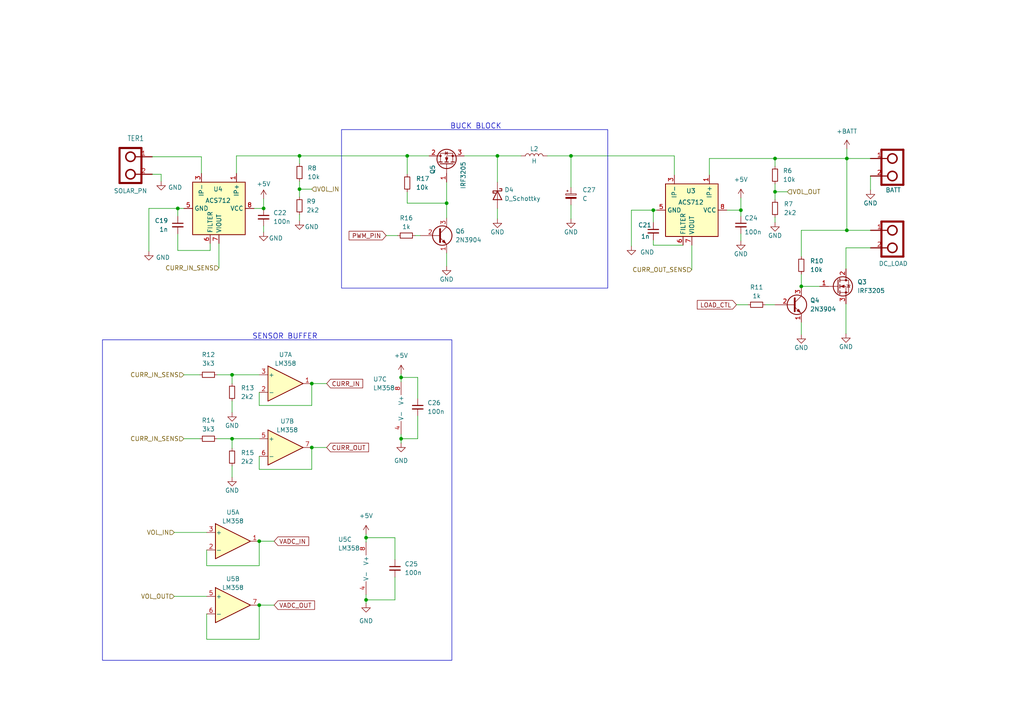
<source format=kicad_sch>
(kicad_sch (version 20230121) (generator eeschema)
  (paper "A4")
  (lib_symbols
    (symbol "Amplifier_Operational:LM358" (pin_names (offset 0.127))
      (property "Reference" "U" (at 0 5.08 0))
      (property "Value" "LM358" (at 0 -5.08 0))
      (symbol "LM358_1_1"
        (polyline (pts (xy -5.08 5.08) (xy 5.08 0) (xy -5.08 -5.08) (xy -5.08 5.08)) (stroke (width 0.254)) (fill (type background)))
        (pin output line (at 7.62 0 180) (length 2.54) (name "~") (number "1"))
        (pin input line (at -7.62 -2.54 0) (length 2.54) (name "-") (number "2"))
        (pin input line (at -7.62 2.54 0) (length 2.54) (name "+") (number "3"))
      )
      (symbol "LM358_2_1"
        (polyline (pts (xy -5.08 5.08) (xy 5.08 0) (xy -5.08 -5.08) (xy -5.08 5.08)) (stroke (width 0.254)) (fill (type background)))
        (pin input line (at -7.62 2.54 0) (length 2.54) (name "+") (number "5"))
        (pin input line (at -7.62 -2.54 0) (length 2.54) (name "-") (number "6"))
        (pin output line (at 7.62 0 180) (length 2.54) (name "~") (number "7"))
      )
      (symbol "LM358_3_1"
        (pin power_in line (at -2.54 -7.62 90) (length 3.81) (name "V-") (number "4"))
        (pin power_in line (at -2.54 7.62 270) (length 3.81) (name "V+") (number "8"))
      )
    )
    (symbol "Device:C_Polarized_Small" (pin_numbers hide) (pin_names (offset 0.254) hide)
      (property "Reference" "C" (at 0.254 1.778 0))
      (property "Value" "C_Polarized_Small" (at 0.254 -2.032 0))
      (symbol "C_Polarized_Small_0_1"
        (rectangle (start -1.524 -0.3048) (end 1.524 -0.6858) (fill (type outline)))
        (rectangle (start -1.524 0.6858) (end 1.524 0.3048))
        (polyline (pts (xy -1.27 1.524) (xy -0.762 1.524)))
        (polyline (pts (xy -1.016 1.27) (xy -1.016 1.778)))
      )
      (symbol "C_Polarized_Small_1_1"
        (pin passive line (at 0 2.54 270) (length 1.8542) (name "~") (number "1"))
        (pin passive line (at 0 -2.54 90) (length 1.8542) (name "~") (number "2"))
      )
    )
    (symbol "Device:C_Small" (pin_numbers hide) (pin_names (offset 0.254) hide)
      (property "Reference" "C" (at 0.254 1.778 0))
      (property "Value" "C_Small" (at 0.254 -2.032 0))
      (symbol "C_Small_0_1"
        (polyline (pts (xy -1.524 -0.508) (xy 1.524 -0.508)) (stroke (width 0.3302)))
        (polyline (pts (xy -1.524 0.508) (xy 1.524 0.508)) (stroke (width 0.3048)))
      )
      (symbol "C_Small_1_1"
        (pin passive line (at 0 2.54 270) (length 2.032) (name "~") (number "1"))
        (pin passive line (at 0 -2.54 90) (length 2.032) (name "~") (number "2"))
      )
    )
    (symbol "Device:D_Schottky" (pin_numbers hide) (pin_names (offset 1.016) hide)
      (property "Reference" "D" (at 0 2.54 0))
      (property "Value" "D_Schottky" (at 0 -2.54 0))
      (symbol "D_Schottky_0_1"
        (polyline (pts (xy 1.27 0) (xy -1.27 0)))
        (polyline (pts (xy 1.27 1.27) (xy 1.27 -1.27) (xy -1.27 0) (xy 1.27 1.27)) (stroke (width 0.254)))
        (polyline (pts (xy -1.905 0.635) (xy -1.905 1.27) (xy -1.27 1.27) (xy -1.27 -1.27) (xy -0.635 -1.27) (xy -0.635 -0.635)) (stroke (width 0.254)))
      )
      (symbol "D_Schottky_1_1"
        (pin passive line (at -3.81 0 0) (length 2.54) (name "K") (number "1"))
        (pin passive line (at 3.81 0 180) (length 2.54) (name "A") (number "2"))
      )
    )
    (symbol "Device:L" (pin_numbers hide) (pin_names (offset 1.016) hide)
      (property "Reference" "L" (at -1.27 0 90))
      (property "Value" "L" (at 1.905 0 90))
      (symbol "L_0_1"
        (arc (start 0 -2.54) (mid 0.6323 -1.905) (end 0 -1.27))
        (arc (start 0 -1.27) (mid 0.6323 -0.635) (end 0 0))
        (arc (start 0 0) (mid 0.6323 0.635) (end 0 1.27))
        (arc (start 0 1.27) (mid 0.6323 1.905) (end 0 2.54))
      )
      (symbol "L_1_1"
        (pin passive line (at 0 3.81 270) (length 1.27) (name "1") (number "1"))
        (pin passive line (at 0 -3.81 90) (length 1.27) (name "2") (number "2"))
      )
    )
    (symbol "Device:R_Small" (pin_numbers hide) (pin_names (offset 0.254) hide)
      (property "Reference" "R" (at 0.762 0.508 0))
      (property "Value" "R_Small" (at 0.762 -1.016 0))
      (symbol "R_Small_0_1"
        (rectangle (start -0.762 1.778) (end 0.762 -1.778) (stroke (width 0.2032)))
      )
      (symbol "R_Small_1_1"
        (pin passive line (at 0 2.54 270) (length 0.762) (name "~") (number "1"))
        (pin passive line (at 0 -2.54 90) (length 0.762) (name "~") (number "2"))
      )
    )
    (symbol "Project232-eagle-import:DOMINO-2"
      (property "Reference" "TER" (at -2.54 6.985 0))
      (symbol "DOMINO-2_1_0"
        (polyline (pts (xy -1.905 -5.08) (xy -1.905 5.08)) (stroke (width 0.6096)))
        (polyline (pts (xy -1.905 5.08) (xy 4.445 5.08)) (stroke (width 0.6096)))
        (polyline (pts (xy 4.445 -5.08) (xy -1.905 -5.08)) (stroke (width 0.6096)))
        (polyline (pts (xy 4.445 5.08) (xy 4.445 -5.08)) (stroke (width 0.6096)))
        (polyline (pts (xy 7.62 -2.54) (xy 2.54 -2.54)) (stroke (width 0.3048)))
        (polyline (pts (xy 7.62 2.54) (xy 2.54 2.54)) (stroke (width 0.3048)))
        (circle (center 1.27 -2.54) (radius 1.27) (stroke (width 0.254)))
        (circle (center 1.27 -2.54) (radius 1.4199) (stroke (width 0.3048)))
        (circle (center 1.27 2.54) (radius 1.27) (stroke (width 0.254)))
        (circle (center 1.27 2.54) (radius 1.4199) (stroke (width 0.3048)))
        (pin bidirectional line (at 7.62 2.54 180) (length 5.08) (name "1") (number "1"))
        (pin bidirectional line (at 7.62 -2.54 180) (length 5.08) (name "2") (number "2"))
      )
    )
    (symbol "Sensor_Current:ACS712xLCTR-20A"
      (property "Reference" "U" (at 2.54 11.43 0))
      (property "Value" "ACS712xLCTR-20A" (at 2.54 8.89 0))
      (symbol "ACS712xLCTR-20A_0_1"
        (rectangle (start -7.62 7.62) (end 7.62 -7.62) (stroke (width 0.254)) (fill (type background)))
      )
      (symbol "ACS712xLCTR-20A_1_1"
        (pin passive line (at -10.16 5.08 0) (length 2.54) (name "IP+") (number "1"))
        (pin passive line (at -10.16 5.08 0) (length 2.54) hide (name "IP+") (number "2"))
        (pin passive line (at -10.16 -5.08 0) (length 2.54) (name "IP-") (number "3"))
        (pin passive line (at -10.16 -5.08 0) (length 2.54) hide (name "IP-") (number "4"))
        (pin power_in line (at 0 -10.16 90) (length 2.54) (name "GND") (number "5"))
        (pin passive line (at 10.16 -2.54 180) (length 2.54) (name "FILTER") (number "6"))
        (pin output line (at 10.16 0 180) (length 2.54) (name "VIOUT") (number "7"))
        (pin power_in line (at 0 10.16 270) (length 2.54) (name "VCC") (number "8"))
      )
    )
    (symbol "Transistor_BJT:2N3904" (pin_names (offset 0) hide)
      (property "Reference" "Q" (at 5.08 1.905 0))
      (property "Value" "2N3904" (at 5.08 0 0))
      (symbol "2N3904_0_1"
        (polyline (pts (xy 0.635 0.635) (xy 2.54 2.54)))
        (polyline (pts (xy 0.635 -0.635) (xy 2.54 -2.54) (xy 2.54 -2.54)))
        (polyline (pts (xy 0.635 1.905) (xy 0.635 -1.905) (xy 0.635 -1.905)) (stroke (width 0.508)))
        (polyline (pts (xy 1.27 -1.778) (xy 1.778 -1.27) (xy 2.286 -2.286) (xy 1.27 -1.778) (xy 1.27 -1.778)) (fill (type outline)))
        (circle (center 1.27 0) (radius 2.8194) (stroke (width 0.254)))
      )
      (symbol "2N3904_1_1"
        (pin passive line (at 2.54 -5.08 90) (length 2.54) (name "E") (number "1"))
        (pin passive line (at -5.08 0 0) (length 5.715) (name "B") (number "2"))
        (pin passive line (at 2.54 5.08 270) (length 2.54) (name "C") (number "3"))
      )
    )
    (symbol "Transistor_FET:IRF3205" (pin_names hide)
      (property "Reference" "Q" (at 6.35 1.905 0))
      (property "Value" "IRF3205" (at 6.35 0 0))
      (symbol "IRF3205_0_1"
        (polyline (pts (xy 0.254 0) (xy -2.54 0)))
        (polyline (pts (xy 0.254 1.905) (xy 0.254 -1.905)) (stroke (width 0.254)))
        (polyline (pts (xy 0.762 -1.27) (xy 0.762 -2.286)) (stroke (width 0.254)))
        (polyline (pts (xy 0.762 0.508) (xy 0.762 -0.508)) (stroke (width 0.254)))
        (polyline (pts (xy 0.762 2.286) (xy 0.762 1.27)) (stroke (width 0.254)))
        (polyline (pts (xy 2.54 2.54) (xy 2.54 1.778)))
        (polyline (pts (xy 2.54 -2.54) (xy 2.54 0) (xy 0.762 0)))
        (polyline (pts (xy 0.762 -1.778) (xy 3.302 -1.778) (xy 3.302 1.778) (xy 0.762 1.778)))
        (polyline (pts (xy 1.016 0) (xy 2.032 0.381) (xy 2.032 -0.381) (xy 1.016 0)) (fill (type outline)))
        (polyline (pts (xy 2.794 0.508) (xy 2.921 0.381) (xy 3.683 0.381) (xy 3.81 0.254)))
        (polyline (pts (xy 3.302 0.381) (xy 2.921 -0.254) (xy 3.683 -0.254) (xy 3.302 0.381)))
        (circle (center 1.651 0) (radius 2.794) (stroke (width 0.254)))
        (circle (center 2.54 -1.778) (radius 0.254) (fill (type outline)))
        (circle (center 2.54 1.778) (radius 0.254) (fill (type outline)))
      )
      (symbol "IRF3205_1_1"
        (pin input line (at -5.08 0 0) (length 2.54) (name "G") (number "1"))
        (pin passive line (at 2.54 5.08 270) (length 2.54) (name "D") (number "2"))
        (pin passive line (at 2.54 -5.08 90) (length 2.54) (name "S") (number "3"))
      )
    )
    (symbol "power:+5V" (power) (pin_names (offset 0))
      (property "Value" "+5V" (at 0 3.556 0))
      (symbol "+5V_0_1"
        (polyline (pts (xy -0.762 1.27) (xy 0 2.54)))
        (polyline (pts (xy 0 0) (xy 0 2.54)))
        (polyline (pts (xy 0 2.54) (xy 0.762 1.27)))
      )
      (symbol "+5V_1_1"
        (pin power_in line (at 0 0 90) (length 0) hide (name "+5V") (number "1"))
      )
    )
    (symbol "power:+BATT" (power) (pin_names (offset 0))
      (property "Value" "+BATT" (at 0 3.556 0))
      (symbol "+BATT_0_1"
        (polyline (pts (xy -0.762 1.27) (xy 0 2.54)))
        (polyline (pts (xy 0 0) (xy 0 2.54)))
        (polyline (pts (xy 0 2.54) (xy 0.762 1.27)))
      )
      (symbol "+BATT_1_1"
        (pin power_in line (at 0 0 90) (length 0) hide (name "+BATT") (number "1"))
      )
    )
    (symbol "power:GND" (power) (pin_names (offset 0))
      (property "Value" "GND" (at 0 -3.81 0))
      (symbol "GND_0_1"
        (polyline (pts (xy 0 0) (xy 0 -1.27) (xy 1.27 -1.27) (xy 0 -2.54) (xy -1.27 -1.27) (xy 0 -1.27)))
      )
      (symbol "GND_1_1"
        (pin power_in line (at 0 0 270) (length 0) hide (name "GND") (number "1"))
      )
    )
  )
  (junction (at 144.272 45.212))
  (junction (at 90.424 129.794))
  (junction (at 67.31 108.712))
  (junction (at 245.618 45.974))
  (junction (at 189.484 60.96))
  (junction (at 75.184 175.514))
  (junction (at 67.31 127.254))
  (junction (at 165.608 45.212))
  (junction (at 118.11 45.212))
  (junction (at 232.41 83.058))
  (junction (at 86.868 45.212))
  (junction (at 106.172 155.956))
  (junction (at 75.184 156.972))
  (junction (at 116.332 109.474))
  (junction (at 116.332 127.254))
  (junction (at 245.618 66.802))
  (junction (at 224.79 55.626))
  (junction (at 129.54 58.928))
  (junction (at 106.172 173.99))
  (junction (at 90.424 111.252))
  (junction (at 51.562 60.452))
  (junction (at 76.454 60.452))
  (junction (at 86.868 54.864))
  (junction (at 214.884 60.96))
  (junction (at 224.79 45.974))
  (wire (pts (xy 67.31 135.128) (xy 67.31 138.43)))
  (wire (pts (xy 144.272 52.832) (xy 144.272 45.212)))
  (wire (pts (xy 114.554 173.99) (xy 106.172 173.99)))
  (wire (pts (xy 116.332 109.474) (xy 116.332 110.744)))
  (wire (pts (xy 53.34 108.712) (xy 57.912 108.712)))
  (wire (pts (xy 75.184 132.334) (xy 75.184 136.144)))
  (wire (pts (xy 232.41 66.802) (xy 245.618 66.802)))
  (wire (pts (xy 75.184 185.42) (xy 75.184 175.514)))
  (wire (pts (xy 75.184 113.792) (xy 75.184 117.602)))
  (wire (pts (xy 165.608 45.212) (xy 165.608 54.356)))
  (wire (pts (xy 224.79 45.974) (xy 224.79 48.26)))
  (wire (pts (xy 106.172 154.94) (xy 106.172 155.956)))
  (wire (pts (xy 158.75 45.212) (xy 165.608 45.212)))
  (wire (pts (xy 67.31 116.332) (xy 67.31 119.634)))
  (wire (pts (xy 114.554 162.306) (xy 114.554 155.956)))
  (wire (pts (xy 76.454 57.658) (xy 76.454 60.452)))
  (wire (pts (xy 75.184 156.972) (xy 79.502 156.972)))
  (wire (pts (xy 214.884 67.818) (xy 214.884 69.85)))
  (wire (pts (xy 75.184 164.084) (xy 75.184 156.972)))
  (wire (pts (xy 59.944 185.42) (xy 75.184 185.42)))
  (wire (pts (xy 224.79 62.992) (xy 224.79 64.516)))
  (wire (pts (xy 114.554 167.386) (xy 114.554 173.99)))
  (wire (pts (xy 67.31 108.712) (xy 67.31 111.252)))
  (wire (pts (xy 59.944 178.054) (xy 59.944 185.42)))
  (wire (pts (xy 183.134 60.96) (xy 189.484 60.96)))
  (wire (pts (xy 76.454 65.532) (xy 76.454 67.31)))
  (wire (pts (xy 51.562 67.818) (xy 51.562 72.644)))
  (wire (pts (xy 51.562 72.644) (xy 60.96 72.644)))
  (wire (pts (xy 224.79 55.626) (xy 228.346 55.626)))
  (wire (pts (xy 224.79 55.626) (xy 224.79 57.912)))
  (wire (pts (xy 118.11 58.928) (xy 129.54 58.928)))
  (wire (pts (xy 214.884 60.96) (xy 214.884 62.738)))
  (wire (pts (xy 90.424 111.252) (xy 94.742 111.252)))
  (wire (pts (xy 75.184 117.602) (xy 90.424 117.602)))
  (wire (pts (xy 75.184 175.514) (xy 79.502 175.514)))
  (wire (pts (xy 75.184 136.144) (xy 90.424 136.144)))
  (wire (pts (xy 46.736 50.546) (xy 46.736 52.578)))
  (wire (pts (xy 58.42 45.466) (xy 58.42 50.292)))
  (wire (pts (xy 245.364 88.138) (xy 245.364 96.774)))
  (wire (pts (xy 86.868 45.212) (xy 86.868 47.498)))
  (wire (pts (xy 245.618 45.974) (xy 252.476 45.974)))
  (wire (pts (xy 116.332 127.254) (xy 116.332 128.524)))
  (wire (pts (xy 245.618 45.974) (xy 245.618 66.802)))
  (wire (pts (xy 224.79 45.974) (xy 245.618 45.974)))
  (wire (pts (xy 183.134 60.96) (xy 183.134 71.374)))
  (wire (pts (xy 245.364 71.882) (xy 252.476 71.882)))
  (wire (pts (xy 59.944 164.084) (xy 75.184 164.084)))
  (wire (pts (xy 73.66 60.452) (xy 76.454 60.452)))
  (wire (pts (xy 63.5 70.612) (xy 63.5 77.724)))
  (wire (pts (xy 205.74 50.8) (xy 205.74 45.974)))
  (wire (pts (xy 86.868 45.212) (xy 118.11 45.212)))
  (wire (pts (xy 245.618 43.18) (xy 245.618 45.974)))
  (wire (pts (xy 121.158 115.57) (xy 121.158 109.474)))
  (wire (pts (xy 129.54 73.406) (xy 129.54 77.216)))
  (wire (pts (xy 232.41 79.502) (xy 232.41 83.058)))
  (wire (pts (xy 121.158 109.474) (xy 116.332 109.474)))
  (wire (pts (xy 86.868 54.864) (xy 90.424 54.864)))
  (wire (pts (xy 86.868 62.23) (xy 86.868 64.008)))
  (wire (pts (xy 59.944 159.512) (xy 59.944 164.084)))
  (wire (pts (xy 232.41 83.058) (xy 232.41 83.312)))
  (wire (pts (xy 67.31 127.254) (xy 67.31 130.048)))
  (wire (pts (xy 60.96 70.612) (xy 60.96 72.644)))
  (wire (pts (xy 116.332 108.458) (xy 116.332 109.474)))
  (wire (pts (xy 106.172 155.956) (xy 106.172 157.226)))
  (wire (pts (xy 232.41 93.472) (xy 232.41 97.028)))
  (wire (pts (xy 43.18 72.898) (xy 43.18 60.452)))
  (wire (pts (xy 165.608 45.212) (xy 195.58 45.212)))
  (wire (pts (xy 245.364 77.978) (xy 245.364 71.882)))
  (wire (pts (xy 43.18 60.452) (xy 51.562 60.452)))
  (wire (pts (xy 205.74 45.974) (xy 224.79 45.974)))
  (wire (pts (xy 50.546 172.974) (xy 59.944 172.974)))
  (wire (pts (xy 112.014 68.326) (xy 115.316 68.326)))
  (wire (pts (xy 129.54 58.928) (xy 129.54 52.832)))
  (wire (pts (xy 214.884 57.404) (xy 214.884 60.96)))
  (wire (pts (xy 68.58 50.292) (xy 68.58 45.212)))
  (wire (pts (xy 195.58 45.212) (xy 195.58 50.8)))
  (wire (pts (xy 86.868 54.864) (xy 86.868 57.15)))
  (wire (pts (xy 252.476 51.054) (xy 252.476 55.118)))
  (wire (pts (xy 121.158 120.65) (xy 121.158 127.254)))
  (wire (pts (xy 213.614 88.392) (xy 216.916 88.392)))
  (wire (pts (xy 116.332 125.984) (xy 116.332 127.254)))
  (wire (pts (xy 224.79 53.34) (xy 224.79 55.626)))
  (wire (pts (xy 51.562 62.738) (xy 51.562 60.452)))
  (wire (pts (xy 144.272 45.212) (xy 151.13 45.212)))
  (wire (pts (xy 114.554 155.956) (xy 106.172 155.956)))
  (wire (pts (xy 118.11 45.212) (xy 124.46 45.212)))
  (wire (pts (xy 62.992 108.712) (xy 67.31 108.712)))
  (wire (pts (xy 106.172 172.466) (xy 106.172 173.99)))
  (wire (pts (xy 67.31 108.712) (xy 75.184 108.712)))
  (wire (pts (xy 165.608 59.436) (xy 165.608 63.5)))
  (wire (pts (xy 189.484 71.12) (xy 198.12 71.12)))
  (wire (pts (xy 51.562 60.452) (xy 53.34 60.452)))
  (wire (pts (xy 129.54 58.928) (xy 129.54 63.246)))
  (wire (pts (xy 90.424 117.602) (xy 90.424 111.252)))
  (wire (pts (xy 86.868 52.578) (xy 86.868 54.864)))
  (wire (pts (xy 189.484 69.596) (xy 189.484 71.12)))
  (wire (pts (xy 189.484 60.96) (xy 190.5 60.96)))
  (wire (pts (xy 50.546 154.432) (xy 59.944 154.432)))
  (wire (pts (xy 67.31 127.254) (xy 62.992 127.254)))
  (wire (pts (xy 106.172 173.99) (xy 106.172 175.006)))
  (wire (pts (xy 189.484 64.516) (xy 189.484 60.96)))
  (wire (pts (xy 118.11 45.212) (xy 118.11 50.546)))
  (wire (pts (xy 90.424 136.144) (xy 90.424 129.794)))
  (wire (pts (xy 53.34 127.254) (xy 57.912 127.254)))
  (wire (pts (xy 120.396 68.326) (xy 121.92 68.326)))
  (wire (pts (xy 232.41 83.058) (xy 237.744 83.058)))
  (wire (pts (xy 75.184 127.254) (xy 67.31 127.254)))
  (wire (pts (xy 210.82 60.96) (xy 214.884 60.96)))
  (wire (pts (xy 252.476 66.802) (xy 245.618 66.802)))
  (wire (pts (xy 121.158 127.254) (xy 116.332 127.254)))
  (wire (pts (xy 221.996 88.392) (xy 224.79 88.392)))
  (wire (pts (xy 68.58 45.212) (xy 86.868 45.212)))
  (wire (pts (xy 118.11 55.626) (xy 118.11 58.928)))
  (wire (pts (xy 134.62 45.212) (xy 144.272 45.212)))
  (wire (pts (xy 144.272 60.452) (xy 144.272 63.5)))
  (wire (pts (xy 200.66 71.12) (xy 200.66 78.232)))
  (wire (pts (xy 44.196 45.466) (xy 58.42 45.466)))
  (wire (pts (xy 232.41 74.422) (xy 232.41 66.802)))
  (wire (pts (xy 90.424 129.794) (xy 94.742 129.794)))
  (wire (pts (xy 44.196 50.546) (xy 46.736 50.546)))
  (rectangle (start 29.718 98.552) (end 131.064 191.516))
  (rectangle (start 99.06 37.592) (end 176.276 83.566))
  (text "BUCK BLOCK" (at 130.556 37.592 0) (effects (font (size 1.524 1.524)) (justify left bottom)))
  (text "SENSOR BUFFER" (at 73.152 98.552 0) (effects (font (size 1.524 1.524)) (justify left bottom)))
  (global_label "PWM_PIN" (shape input) (at 112.014 68.326 180) (property "Intersheetrefs" "${INTERSHEET_REFS}" (effects hide)))
  (global_label "LOAD_CTL" (shape input) (at 213.614 88.392 180) (property "Intersheetrefs" "${INTERSHEET_REFS}" (effects hide)))
  (global_label "VADC_IN" (shape input) (at 79.502 156.972 0) (property "Intersheetrefs" "${INTERSHEET_REFS}" (effects hide)))
  (global_label "CURR_IN" (shape input) (at 94.742 111.252 0) (property "Intersheetrefs" "${INTERSHEET_REFS}" (effects hide)))
  (global_label "VADC_OUT" (shape input) (at 79.502 175.514 0) (property "Intersheetrefs" "${INTERSHEET_REFS}" (effects hide)))
  (global_label "CURR_OUT" (shape input) (at 94.742 129.794 0) (property "Intersheetrefs" "${INTERSHEET_REFS}" (effects hide)))
  (hierarchical_label "VOL_IN" (shape input) (at 50.546 154.432 180))
  (hierarchical_label "VOL_OUT" (shape input) (at 50.546 172.974 180))
  (hierarchical_label "VOL_IN" (shape input) (at 90.424 54.864 0))
  (hierarchical_label "CURR_IN_SENS" (shape input) (at 53.34 127.254 180))
  (hierarchical_label "CURR_IN_SENS" (shape input) (at 53.34 108.712 180))
  (hierarchical_label "CURR_OUT_SENS" (shape input) (at 200.66 78.232 180))
  (hierarchical_label "CURR_IN_SENS" (shape input) (at 63.5 77.724 180))
  (hierarchical_label "VOL_OUT" (shape input) (at 228.346 55.626 0))
  (symbol (lib_id "power:+5V") (at 214.884 57.404 0) (unit 1)
    (property "Reference" "#PWR019" (effects hide))
    (property "Value" "+5V" (at 214.884 52.07 0))
  )
  (symbol (lib_id "Device:C_Small") (at 121.158 118.11 0) (unit 1)
    (property "Reference" "C26" (at 123.952 116.8463 0) (effects (justify left)))
    (property "Value" "100n" (at 123.952 119.3863 0) (effects (justify left)))
  )
  (symbol (lib_id "power:GND") (at 106.172 175.006 0) (unit 1)
    (property "Reference" "#PWR036" (effects hide))
    (property "Value" "GND" (at 106.172 180.086 0))
  )
  (symbol (lib_id "Device:R_Small") (at 86.868 59.69 0) (unit 1)
    (property "Reference" "R9" (at 88.9 58.42 0) (effects (justify left)))
    (property "Value" "2k2" (at 88.9 60.96 0) (effects (justify left)))
  )
  (symbol (lib_id "Device:R_Small") (at 224.79 60.452 0) (unit 1)
    (property "Reference" "R7" (at 227.33 59.182 0) (effects (justify left)))
    (property "Value" "2k2" (at 227.33 61.722 0) (effects (justify left)))
  )
  (symbol (lib_id "Device:R_Small") (at 118.11 53.086 0) (unit 1)
    (property "Reference" "R17" (at 120.65 51.816 0) (effects (justify left)))
    (property "Value" "10k" (at 120.65 54.356 0) (effects (justify left)))
  )
  (symbol (lib_id "Amplifier_Operational:LM358") (at 82.804 111.252 0) (unit 1)
    (property "Reference" "U7" (at 82.804 102.87 0))
    (property "Value" "LM358" (at 82.804 105.41 0))
    (property "Datasheet" "http://www.ti.com/lit/ds/symlink/lm2904-n.pdf" (effects hide))
  )
  (symbol (lib_id "power:GND") (at 43.18 72.898 0) (unit 1)
    (property "Reference" "#PWR022" (effects hide))
    (property "Value" "GND" (at 47.244 74.676 0))
  )
  (symbol (lib_id "Transistor_BJT:2N3904") (at 229.87 88.392 0) (unit 1)
    (property "Reference" "Q4" (at 234.95 87.122 0) (effects (justify left)))
    (property "Value" "2N3904" (at 234.95 89.662 0) (effects (justify left)))
    (property "Footprint" "Package_TO_SOT_THT:TO-92_Inline" (effects hide))
    (property "Datasheet" "https://www.onsemi.com/pub/Collateral/2N3903-D.PDF" (effects hide))
  )
  (symbol (lib_id "power:GND") (at 46.736 52.578 0) (unit 1)
    (property "Reference" "#PWR023" (effects hide))
    (property "Value" "GND" (at 50.8 54.356 0))
  )
  (symbol (lib_id "power:GND") (at 214.884 69.85 0) (unit 1)
    (property "Reference" "#PWR025" (effects hide))
    (property "Value" "GND" (at 214.884 73.66 0))
  )
  (symbol (lib_id "power:GND") (at 67.31 138.43 0) (unit 1)
    (property "Reference" "#PWR040" (effects hide))
    (property "Value" "GND" (at 67.31 142.24 0))
  )
  (symbol (lib_id "Project232-eagle-import:DOMINO-2") (at 36.576 48.006 0) (unit 1)
    (property "Reference" "TER1" (at 39.3573 40.132 0) (effects (font (size 1.524 1.2954))))
    (property "Value" "SOLAR_PN" (at 37.846 55.372 0))
    (property "Footprint" "Project232:DOMI-2" (effects hide))
  )
  (symbol (lib_id "Amplifier_Operational:LM358") (at 67.564 156.972 0) (unit 1)
    (property "Reference" "U5" (at 67.564 148.59 0))
    (property "Value" "LM358" (at 67.564 151.13 0))
    (property "Datasheet" "http://www.ti.com/lit/ds/symlink/lm2904-n.pdf" (effects hide))
  )
  (symbol (lib_id "Device:C_Small") (at 214.884 65.278 0) (mirror y) (unit 1)
    (property "Reference" "C24" (at 215.9 63.246 0) (effects (justify right)))
    (property "Value" "100n" (at 215.9 67.31 0) (effects (justify right)))
  )
  (symbol (lib_id "Amplifier_Operational:LM358") (at 67.564 175.514 0) (unit 2)
    (property "Reference" "U5" (at 67.564 167.894 0))
    (property "Value" "LM358" (at 67.564 170.434 0))
    (property "Datasheet" "http://www.ti.com/lit/ds/symlink/lm2904-n.pdf" (effects hide))
  )
  (symbol (lib_id "Amplifier_Operational:LM358") (at 118.872 118.364 0) (unit 3)
    (property "Reference" "U7" (at 108.204 109.982 0) (effects (justify left)))
    (property "Value" "LM358" (at 108.204 112.522 0) (effects (justify left)))
    (property "Datasheet" "http://www.ti.com/lit/ds/symlink/lm2904-n.pdf" (effects hide))
  )
  (symbol (lib_id "Project232-eagle-import:DOMINO-2") (at 260.096 69.342 0) (mirror y) (unit 1)
    (property "Reference" "TER3" (effects hide))
    (property "Value" "DC_LOAD" (at 259.08 76.454 0))
    (property "Footprint" "Project232:DOMI-2" (effects hide))
  )
  (symbol (lib_id "power:+BATT") (at 245.618 43.18 0) (unit 1)
    (property "Reference" "#PWR044" (effects hide))
    (property "Value" "+BATT" (at 245.618 38.1 0))
  )
  (symbol (lib_id "power:GND") (at 232.41 97.028 0) (unit 1)
    (property "Reference" "#PWR029" (effects hide))
    (property "Value" "GND" (at 232.41 100.838 0))
  )
  (symbol (lib_id "Device:R_Small") (at 86.868 50.038 0) (unit 1)
    (property "Reference" "R8" (at 89.154 48.768 0) (effects (justify left)))
    (property "Value" "10k" (at 89.154 51.308 0) (effects (justify left)))
  )
  (symbol (lib_id "power:GND") (at 224.79 64.516 0) (unit 1)
    (property "Reference" "#PWR026" (effects hide))
    (property "Value" "GND" (at 224.79 68.326 0))
  )
  (symbol (lib_id "Amplifier_Operational:LM358") (at 108.712 164.846 0) (unit 3)
    (property "Reference" "U5" (at 98.044 156.464 0) (effects (justify left)))
    (property "Value" "LM358" (at 98.044 159.004 0) (effects (justify left)))
    (property "Datasheet" "http://www.ti.com/lit/ds/symlink/lm2904-n.pdf" (effects hide))
  )
  (symbol (lib_id "Device:R_Small") (at 219.456 88.392 90) (unit 1)
    (property "Reference" "R11" (at 219.456 83.312 90))
    (property "Value" "1k" (at 219.456 85.852 90))
  )
  (symbol (lib_id "Amplifier_Operational:LM358") (at 82.804 129.794 0) (unit 2)
    (property "Reference" "U7" (at 83.312 122.174 0))
    (property "Value" "LM358" (at 83.312 124.714 0))
    (property "Datasheet" "http://www.ti.com/lit/ds/symlink/lm2904-n.pdf" (effects hide))
  )
  (symbol (lib_id "power:+5V") (at 106.172 154.94 0) (unit 1)
    (property "Reference" "#PWR035" (effects hide))
    (property "Value" "+5V" (at 106.172 149.606 0))
  )
  (symbol (lib_id "power:GND") (at 67.31 119.634 0) (unit 1)
    (property "Reference" "#PWR039" (effects hide))
    (property "Value" "GND" (at 67.31 123.444 0))
  )
  (symbol (lib_id "power:+5V") (at 116.332 108.458 0) (unit 1)
    (property "Reference" "#PWR037" (effects hide))
    (property "Value" "+5V" (at 116.332 103.124 0))
  )
  (symbol (lib_id "Device:C_Small") (at 189.484 67.056 0) (unit 1)
    (property "Reference" "C21" (at 188.976 65.278 0) (effects (justify right)))
    (property "Value" "1n" (at 188.468 68.58 0) (effects (justify right)))
  )
  (symbol (lib_id "Device:D_Schottky") (at 144.272 56.642 270) (unit 1)
    (property "Reference" "D4" (at 146.304 55.0545 90) (effects (justify left)))
    (property "Value" "D_Schottky" (at 146.304 57.5945 90) (effects (justify left)))
  )
  (symbol (lib_id "Device:C_Polarized_Small") (at 165.608 56.896 0) (unit 1)
    (property "Reference" "C27" (at 168.91 55.0799 0) (effects (justify left)))
    (property "Value" "C" (at 168.91 57.6199 0) (effects (justify left)))
  )
  (symbol (lib_id "Device:R_Small") (at 232.41 76.962 0) (unit 1)
    (property "Reference" "R10" (at 234.95 75.692 0) (effects (justify left)))
    (property "Value" "10k" (at 234.95 78.232 0) (effects (justify left)))
  )
  (symbol (lib_id "Device:C_Small") (at 114.554 164.846 0) (unit 1)
    (property "Reference" "C25" (at 117.348 163.5823 0) (effects (justify left)))
    (property "Value" "100n" (at 117.348 166.1223 0) (effects (justify left)))
  )
  (symbol (lib_id "power:+5V") (at 76.454 57.658 0) (unit 1)
    (property "Reference" "#PWR020" (effects hide))
    (property "Value" "+5V" (at 76.454 53.34 0))
  )
  (symbol (lib_id "power:GND") (at 252.476 55.118 0) (unit 1)
    (property "Reference" "#PWR034" (effects hide))
    (property "Value" "GND" (at 252.476 58.928 0))
  )
  (symbol (lib_id "Device:R_Small") (at 60.452 108.712 90) (unit 1)
    (property "Reference" "R12" (at 60.452 102.87 90))
    (property "Value" "3k3" (at 60.452 105.41 90))
  )
  (symbol (lib_id "power:GND") (at 76.454 67.31 0) (unit 1)
    (property "Reference" "#PWR021" (effects hide))
    (property "Value" "GND" (at 80.01 69.088 0))
  )
  (symbol (lib_id "power:GND") (at 165.608 63.5 0) (unit 1)
    (property "Reference" "#PWR043" (effects hide))
    (property "Value" "GND" (at 165.608 67.31 0))
  )
  (symbol (lib_id "power:GND") (at 183.134 71.374 0) (unit 1)
    (property "Reference" "#PWR027" (effects hide))
    (property "Value" "GND" (at 187.706 73.152 0))
  )
  (symbol (lib_id "power:GND") (at 129.54 77.216 0) (unit 1)
    (property "Reference" "#PWR041" (effects hide))
    (property "Value" "GND" (at 129.54 81.026 0))
  )
  (symbol (lib_id "power:GND") (at 144.272 63.5 0) (unit 1)
    (property "Reference" "#PWR042" (effects hide))
    (property "Value" "GND" (at 144.272 67.31 0))
  )
  (symbol (lib_id "Transistor_BJT:2N3904") (at 127 68.326 0) (unit 1)
    (property "Reference" "Q6" (at 132.08 67.056 0) (effects (justify left)))
    (property "Value" "2N3904" (at 132.08 69.596 0) (effects (justify left)))
    (property "Footprint" "Package_TO_SOT_THT:TO-92_Inline" (effects hide))
    (property "Datasheet" "https://www.onsemi.com/pub/Collateral/2N3903-D.PDF" (effects hide))
  )
  (symbol (lib_id "Transistor_FET:IRF3205") (at 242.824 83.058 0) (unit 1)
    (property "Reference" "Q3" (at 248.666 81.788 0) (effects (justify left)))
    (property "Value" "IRF3205" (at 248.666 84.328 0) (effects (justify left)))
    (property "Footprint" "Package_TO_SOT_THT:TO-220-3_Vertical" (effects hide))
    (property "Datasheet" "http://www.irf.com/product-info/datasheets/data/irf3205.pdf" (effects hide))
  )
  (symbol (lib_id "Device:R_Small") (at 60.452 127.254 90) (unit 1)
    (property "Reference" "R14" (at 60.452 121.92 90))
    (property "Value" "3k3" (at 60.452 124.46 90))
  )
  (symbol (lib_id "power:GND") (at 86.868 64.008 0) (unit 1)
    (property "Reference" "#PWR024" (effects hide))
    (property "Value" "GND" (at 90.424 65.786 0))
  )
  (symbol (lib_id "Device:C_Small") (at 51.562 65.278 0) (mirror y) (unit 1)
    (property "Reference" "C19" (at 48.768 64.0143 0) (effects (justify left)))
    (property "Value" "1n" (at 48.768 66.5543 0) (effects (justify left)))
  )
  (symbol (lib_id "Device:L") (at 154.94 45.212 90) (unit 1)
    (property "Reference" "L2" (at 154.94 43.18 90))
    (property "Value" "H" (at 154.94 46.736 90))
  )
  (symbol (lib_id "Transistor_FET:IRF3205") (at 129.54 47.752 90) (unit 1)
    (property "Reference" "Q5" (at 125.476 50.546 0) (effects (justify left)))
    (property "Value" "IRF3205" (at 134.366 54.864 0) (effects (justify left)))
    (property "Footprint" "Package_TO_SOT_THT:TO-220-3_Vertical" (effects hide))
    (property "Datasheet" "http://www.irf.com/product-info/datasheets/data/irf3205.pdf" (effects hide))
  )
  (symbol (lib_id "Sensor_Current:ACS712xLCTR-20A") (at 200.66 60.96 270) (unit 1)
    (property "Reference" "U3" (at 200.406 55.372 90))
    (property "Value" "ACS712" (at 200.406 58.674 90))
    (property "Footprint" "Package_SO:SOIC-8_3.9x4.9mm_P1.27mm" (effects hide))
    (property "Datasheet" "http://www.allegromicro.com/~/media/Files/Datasheets/ACS712-Datasheet.ashx?la=en" (effects hide))
  )
  (symbol (lib_id "Project232-eagle-import:DOMINO-2") (at 260.096 48.514 0) (mirror y) (unit 1)
    (property "Reference" "TER2" (effects hide))
    (property "Value" "BATT" (at 259.08 55.118 0))
    (property "Footprint" "Project232:DOMI-2" (effects hide))
  )
  (symbol (lib_id "Device:R_Small") (at 117.856 68.326 90) (unit 1)
    (property "Reference" "R16" (at 117.856 63.246 90))
    (property "Value" "1k" (at 117.856 65.786 90))
  )
  (symbol (lib_id "power:GND") (at 116.332 128.524 0) (unit 1)
    (property "Reference" "#PWR038" (effects hide))
    (property "Value" "GND" (at 116.332 133.604 0))
  )
  (symbol (lib_id "Device:C_Small") (at 76.454 62.992 0) (unit 1)
    (property "Reference" "C22" (at 79.248 61.7283 0) (effects (justify left)))
    (property "Value" "100n" (at 79.248 64.2683 0) (effects (justify left)))
  )
  (symbol (lib_id "Sensor_Current:ACS712xLCTR-20A") (at 63.5 60.452 270) (unit 1)
    (property "Reference" "U4" (at 63.246 54.864 90))
    (property "Value" "ACS712" (at 63.246 58.166 90))
    (property "Footprint" "Package_SO:SOIC-8_3.9x4.9mm_P1.27mm" (effects hide))
    (property "Datasheet" "http://www.allegromicro.com/~/media/Files/Datasheets/ACS712-Datasheet.ashx?la=en" (effects hide))
  )
  (symbol (lib_id "Device:R_Small") (at 67.31 113.792 180) (unit 1)
    (property "Reference" "R13" (at 69.85 112.522 0) (effects (justify right)))
    (property "Value" "2k2" (at 69.85 115.062 0) (effects (justify right)))
  )
  (symbol (lib_id "Device:R_Small") (at 67.31 132.588 180) (unit 1)
    (property "Reference" "R15" (at 69.85 131.318 0) (effects (justify right)))
    (property "Value" "2k2" (at 69.85 133.858 0) (effects (justify right)))
  )
  (symbol (lib_id "power:GND") (at 245.364 96.774 0) (unit 1)
    (property "Reference" "#PWR028" (effects hide))
    (property "Value" "GND" (at 245.364 100.584 0))
  )
  (symbol (lib_id "Device:R_Small") (at 224.79 50.8 0) (unit 1)
    (property "Reference" "R6" (at 227.076 49.53 0) (effects (justify left)))
    (property "Value" "10k" (at 227.076 52.07 0) (effects (justify left)))
  )
)
</source>
